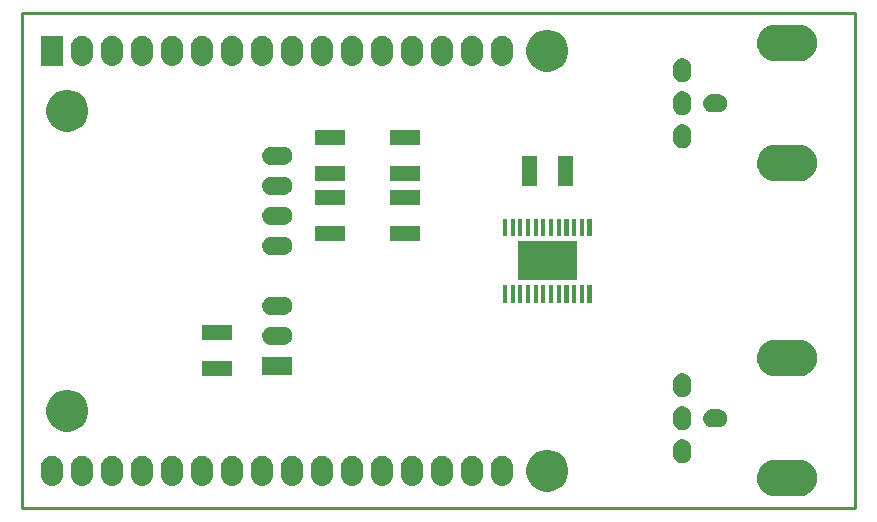
<source format=gbs>
G04 #@! TF.GenerationSoftware,KiCad,Pcbnew,6.0.0-rc1-unknown-d4e4359~66~ubuntu18.04.1*
G04 #@! TF.CreationDate,2018-09-17T12:26:01-04:00*
G04 #@! TF.ProjectId,dac_controller_3x2,6461635F636F6E74726F6C6C65725F33,1.0*
G04 #@! TF.SameCoordinates,Original*
G04 #@! TF.FileFunction,Soldermask,Bot*
G04 #@! TF.FilePolarity,Negative*
%FSLAX46Y46*%
G04 Gerber Fmt 4.6, Leading zero omitted, Abs format (unit mm)*
G04 Created by KiCad (PCBNEW 6.0.0-rc1-unknown-d4e4359~66~ubuntu18.04.1) date Mon Sep 17 12:26:01 2018*
%MOMM*%
%LPD*%
G01*
G04 APERTURE LIST*
%ADD10C,0.228600*%
%ADD11C,0.100000*%
G04 APERTURE END LIST*
D10*
X156210000Y-67945000D02*
X85725000Y-67945000D01*
X156210000Y-109855000D02*
X156210000Y-67945000D01*
X85725000Y-109855000D02*
X156210000Y-109855000D01*
X85725000Y-67945000D02*
X85725000Y-109855000D01*
D11*
G36*
X151809752Y-105813051D02*
X151809755Y-105813052D01*
X151809756Y-105813052D01*
X152097031Y-105900196D01*
X152097033Y-105900197D01*
X152097036Y-105900198D01*
X152361785Y-106041709D01*
X152593844Y-106232156D01*
X152784291Y-106464215D01*
X152925802Y-106728964D01*
X153012949Y-107016248D01*
X153042373Y-107315000D01*
X153012949Y-107613752D01*
X153012948Y-107613755D01*
X153012948Y-107613756D01*
X152952384Y-107813409D01*
X152925802Y-107901036D01*
X152784291Y-108165785D01*
X152593844Y-108397844D01*
X152361785Y-108588291D01*
X152097036Y-108729802D01*
X152097033Y-108729803D01*
X152097031Y-108729804D01*
X151809756Y-108816948D01*
X151809755Y-108816948D01*
X151809752Y-108816949D01*
X151585863Y-108839000D01*
X149404137Y-108839000D01*
X149180248Y-108816949D01*
X149180245Y-108816948D01*
X149180244Y-108816948D01*
X148892969Y-108729804D01*
X148892967Y-108729803D01*
X148892964Y-108729802D01*
X148628215Y-108588291D01*
X148396156Y-108397844D01*
X148205709Y-108165785D01*
X148064198Y-107901036D01*
X148037617Y-107813409D01*
X147977052Y-107613756D01*
X147977052Y-107613755D01*
X147977051Y-107613752D01*
X147947627Y-107315000D01*
X147977051Y-107016248D01*
X148064198Y-106728964D01*
X148205709Y-106464215D01*
X148396156Y-106232156D01*
X148628215Y-106041709D01*
X148892964Y-105900198D01*
X148892967Y-105900197D01*
X148892969Y-105900196D01*
X149180244Y-105813052D01*
X149180245Y-105813052D01*
X149180248Y-105813051D01*
X149404137Y-105791000D01*
X151585863Y-105791000D01*
X151809752Y-105813051D01*
X151809752Y-105813051D01*
G37*
G36*
X130693623Y-104970327D02*
X131017198Y-105104356D01*
X131308412Y-105298939D01*
X131556061Y-105546588D01*
X131750644Y-105837802D01*
X131884673Y-106161377D01*
X131953000Y-106504881D01*
X131953000Y-106855119D01*
X131884673Y-107198623D01*
X131750644Y-107522198D01*
X131556061Y-107813412D01*
X131308412Y-108061061D01*
X131017198Y-108255644D01*
X130693623Y-108389673D01*
X130350119Y-108458000D01*
X129999881Y-108458000D01*
X129656377Y-108389673D01*
X129332802Y-108255644D01*
X129041588Y-108061061D01*
X128793939Y-107813412D01*
X128599356Y-107522198D01*
X128465327Y-107198623D01*
X128397000Y-106855119D01*
X128397000Y-106504881D01*
X128465327Y-106161377D01*
X128599356Y-105837802D01*
X128793939Y-105546588D01*
X129041588Y-105298939D01*
X129332802Y-105104356D01*
X129656377Y-104970327D01*
X129999881Y-104902000D01*
X130350119Y-104902000D01*
X130693623Y-104970327D01*
X130693623Y-104970327D01*
G37*
G36*
X96066742Y-105423415D02*
X96241501Y-105476428D01*
X96241503Y-105476429D01*
X96241506Y-105476430D01*
X96402561Y-105562515D01*
X96543730Y-105678370D01*
X96659585Y-105819539D01*
X96745672Y-105980598D01*
X96798685Y-106155357D01*
X96812100Y-106291563D01*
X96812100Y-107068437D01*
X96798685Y-107204643D01*
X96798684Y-107204645D01*
X96745672Y-107379403D01*
X96722664Y-107422446D01*
X96659585Y-107540461D01*
X96543730Y-107681630D01*
X96402561Y-107797485D01*
X96241502Y-107883572D01*
X96066743Y-107936585D01*
X95885000Y-107954485D01*
X95703258Y-107936585D01*
X95528499Y-107883572D01*
X95367440Y-107797485D01*
X95226271Y-107681630D01*
X95110416Y-107540461D01*
X95024329Y-107379402D01*
X95004792Y-107315000D01*
X94971315Y-107204645D01*
X94957900Y-107068439D01*
X94957900Y-106291562D01*
X94971315Y-106155361D01*
X94971315Y-106155358D01*
X95024328Y-105980599D01*
X95024329Y-105980597D01*
X95024330Y-105980594D01*
X95110415Y-105819539D01*
X95226270Y-105678370D01*
X95367439Y-105562515D01*
X95528498Y-105476428D01*
X95703257Y-105423415D01*
X95885000Y-105405515D01*
X96066742Y-105423415D01*
X96066742Y-105423415D01*
G37*
G36*
X126546742Y-105423415D02*
X126721501Y-105476428D01*
X126721503Y-105476429D01*
X126721506Y-105476430D01*
X126882561Y-105562515D01*
X127023730Y-105678370D01*
X127139585Y-105819539D01*
X127225672Y-105980598D01*
X127278685Y-106155357D01*
X127292100Y-106291563D01*
X127292100Y-107068437D01*
X127278685Y-107204643D01*
X127278684Y-107204645D01*
X127225672Y-107379403D01*
X127202664Y-107422446D01*
X127139585Y-107540461D01*
X127023730Y-107681630D01*
X126882561Y-107797485D01*
X126721502Y-107883572D01*
X126546743Y-107936585D01*
X126365000Y-107954485D01*
X126183258Y-107936585D01*
X126008499Y-107883572D01*
X125847440Y-107797485D01*
X125706271Y-107681630D01*
X125590416Y-107540461D01*
X125504329Y-107379402D01*
X125484792Y-107315000D01*
X125451315Y-107204645D01*
X125437900Y-107068439D01*
X125437900Y-106291562D01*
X125451315Y-106155361D01*
X125451315Y-106155358D01*
X125504328Y-105980599D01*
X125504329Y-105980597D01*
X125504330Y-105980594D01*
X125590415Y-105819539D01*
X125706270Y-105678370D01*
X125847439Y-105562515D01*
X126008498Y-105476428D01*
X126183257Y-105423415D01*
X126365000Y-105405515D01*
X126546742Y-105423415D01*
X126546742Y-105423415D01*
G37*
G36*
X124006742Y-105423415D02*
X124181501Y-105476428D01*
X124181503Y-105476429D01*
X124181506Y-105476430D01*
X124342561Y-105562515D01*
X124483730Y-105678370D01*
X124599585Y-105819539D01*
X124685672Y-105980598D01*
X124738685Y-106155357D01*
X124752100Y-106291563D01*
X124752100Y-107068437D01*
X124738685Y-107204643D01*
X124738684Y-107204645D01*
X124685672Y-107379403D01*
X124662664Y-107422446D01*
X124599585Y-107540461D01*
X124483730Y-107681630D01*
X124342561Y-107797485D01*
X124181502Y-107883572D01*
X124006743Y-107936585D01*
X123825000Y-107954485D01*
X123643258Y-107936585D01*
X123468499Y-107883572D01*
X123307440Y-107797485D01*
X123166271Y-107681630D01*
X123050416Y-107540461D01*
X122964329Y-107379402D01*
X122944792Y-107315000D01*
X122911315Y-107204645D01*
X122897900Y-107068439D01*
X122897900Y-106291562D01*
X122911315Y-106155361D01*
X122911315Y-106155358D01*
X122964328Y-105980599D01*
X122964329Y-105980597D01*
X122964330Y-105980594D01*
X123050415Y-105819539D01*
X123166270Y-105678370D01*
X123307439Y-105562515D01*
X123468498Y-105476428D01*
X123643257Y-105423415D01*
X123825000Y-105405515D01*
X124006742Y-105423415D01*
X124006742Y-105423415D01*
G37*
G36*
X121466742Y-105423415D02*
X121641501Y-105476428D01*
X121641503Y-105476429D01*
X121641506Y-105476430D01*
X121802561Y-105562515D01*
X121943730Y-105678370D01*
X122059585Y-105819539D01*
X122145672Y-105980598D01*
X122198685Y-106155357D01*
X122212100Y-106291563D01*
X122212100Y-107068437D01*
X122198685Y-107204643D01*
X122198684Y-107204645D01*
X122145672Y-107379403D01*
X122122664Y-107422446D01*
X122059585Y-107540461D01*
X121943730Y-107681630D01*
X121802561Y-107797485D01*
X121641502Y-107883572D01*
X121466743Y-107936585D01*
X121285000Y-107954485D01*
X121103258Y-107936585D01*
X120928499Y-107883572D01*
X120767440Y-107797485D01*
X120626271Y-107681630D01*
X120510416Y-107540461D01*
X120424329Y-107379402D01*
X120404792Y-107315000D01*
X120371315Y-107204645D01*
X120357900Y-107068439D01*
X120357900Y-106291562D01*
X120371315Y-106155361D01*
X120371315Y-106155358D01*
X120424328Y-105980599D01*
X120424329Y-105980597D01*
X120424330Y-105980594D01*
X120510415Y-105819539D01*
X120626270Y-105678370D01*
X120767439Y-105562515D01*
X120928498Y-105476428D01*
X121103257Y-105423415D01*
X121285000Y-105405515D01*
X121466742Y-105423415D01*
X121466742Y-105423415D01*
G37*
G36*
X118926742Y-105423415D02*
X119101501Y-105476428D01*
X119101503Y-105476429D01*
X119101506Y-105476430D01*
X119262561Y-105562515D01*
X119403730Y-105678370D01*
X119519585Y-105819539D01*
X119605672Y-105980598D01*
X119658685Y-106155357D01*
X119672100Y-106291563D01*
X119672100Y-107068437D01*
X119658685Y-107204643D01*
X119658684Y-107204645D01*
X119605672Y-107379403D01*
X119582664Y-107422446D01*
X119519585Y-107540461D01*
X119403730Y-107681630D01*
X119262561Y-107797485D01*
X119101502Y-107883572D01*
X118926743Y-107936585D01*
X118745000Y-107954485D01*
X118563258Y-107936585D01*
X118388499Y-107883572D01*
X118227440Y-107797485D01*
X118086271Y-107681630D01*
X117970416Y-107540461D01*
X117884329Y-107379402D01*
X117864792Y-107315000D01*
X117831315Y-107204645D01*
X117817900Y-107068439D01*
X117817900Y-106291562D01*
X117831315Y-106155361D01*
X117831315Y-106155358D01*
X117884328Y-105980599D01*
X117884329Y-105980597D01*
X117884330Y-105980594D01*
X117970415Y-105819539D01*
X118086270Y-105678370D01*
X118227439Y-105562515D01*
X118388498Y-105476428D01*
X118563257Y-105423415D01*
X118745000Y-105405515D01*
X118926742Y-105423415D01*
X118926742Y-105423415D01*
G37*
G36*
X116386742Y-105423415D02*
X116561501Y-105476428D01*
X116561503Y-105476429D01*
X116561506Y-105476430D01*
X116722561Y-105562515D01*
X116863730Y-105678370D01*
X116979585Y-105819539D01*
X117065672Y-105980598D01*
X117118685Y-106155357D01*
X117132100Y-106291563D01*
X117132100Y-107068437D01*
X117118685Y-107204643D01*
X117118684Y-107204645D01*
X117065672Y-107379403D01*
X117042664Y-107422446D01*
X116979585Y-107540461D01*
X116863730Y-107681630D01*
X116722561Y-107797485D01*
X116561502Y-107883572D01*
X116386743Y-107936585D01*
X116205000Y-107954485D01*
X116023258Y-107936585D01*
X115848499Y-107883572D01*
X115687440Y-107797485D01*
X115546271Y-107681630D01*
X115430416Y-107540461D01*
X115344329Y-107379402D01*
X115324792Y-107315000D01*
X115291315Y-107204645D01*
X115277900Y-107068439D01*
X115277900Y-106291562D01*
X115291315Y-106155361D01*
X115291315Y-106155358D01*
X115344328Y-105980599D01*
X115344329Y-105980597D01*
X115344330Y-105980594D01*
X115430415Y-105819539D01*
X115546270Y-105678370D01*
X115687439Y-105562515D01*
X115848498Y-105476428D01*
X116023257Y-105423415D01*
X116205000Y-105405515D01*
X116386742Y-105423415D01*
X116386742Y-105423415D01*
G37*
G36*
X113846742Y-105423415D02*
X114021501Y-105476428D01*
X114021503Y-105476429D01*
X114021506Y-105476430D01*
X114182561Y-105562515D01*
X114323730Y-105678370D01*
X114439585Y-105819539D01*
X114525672Y-105980598D01*
X114578685Y-106155357D01*
X114592100Y-106291563D01*
X114592100Y-107068437D01*
X114578685Y-107204643D01*
X114578684Y-107204645D01*
X114525672Y-107379403D01*
X114502664Y-107422446D01*
X114439585Y-107540461D01*
X114323730Y-107681630D01*
X114182561Y-107797485D01*
X114021502Y-107883572D01*
X113846743Y-107936585D01*
X113665000Y-107954485D01*
X113483258Y-107936585D01*
X113308499Y-107883572D01*
X113147440Y-107797485D01*
X113006271Y-107681630D01*
X112890416Y-107540461D01*
X112804329Y-107379402D01*
X112784792Y-107315000D01*
X112751315Y-107204645D01*
X112737900Y-107068439D01*
X112737900Y-106291562D01*
X112751315Y-106155361D01*
X112751315Y-106155358D01*
X112804328Y-105980599D01*
X112804329Y-105980597D01*
X112804330Y-105980594D01*
X112890415Y-105819539D01*
X113006270Y-105678370D01*
X113147439Y-105562515D01*
X113308498Y-105476428D01*
X113483257Y-105423415D01*
X113665000Y-105405515D01*
X113846742Y-105423415D01*
X113846742Y-105423415D01*
G37*
G36*
X93526742Y-105423415D02*
X93701501Y-105476428D01*
X93701503Y-105476429D01*
X93701506Y-105476430D01*
X93862561Y-105562515D01*
X94003730Y-105678370D01*
X94119585Y-105819539D01*
X94205672Y-105980598D01*
X94258685Y-106155357D01*
X94272100Y-106291563D01*
X94272100Y-107068437D01*
X94258685Y-107204643D01*
X94258684Y-107204645D01*
X94205672Y-107379403D01*
X94182664Y-107422446D01*
X94119585Y-107540461D01*
X94003730Y-107681630D01*
X93862561Y-107797485D01*
X93701502Y-107883572D01*
X93526743Y-107936585D01*
X93345000Y-107954485D01*
X93163258Y-107936585D01*
X92988499Y-107883572D01*
X92827440Y-107797485D01*
X92686271Y-107681630D01*
X92570416Y-107540461D01*
X92484329Y-107379402D01*
X92464792Y-107315000D01*
X92431315Y-107204645D01*
X92417900Y-107068439D01*
X92417900Y-106291562D01*
X92431315Y-106155361D01*
X92431315Y-106155358D01*
X92484328Y-105980599D01*
X92484329Y-105980597D01*
X92484330Y-105980594D01*
X92570415Y-105819539D01*
X92686270Y-105678370D01*
X92827439Y-105562515D01*
X92988498Y-105476428D01*
X93163257Y-105423415D01*
X93345000Y-105405515D01*
X93526742Y-105423415D01*
X93526742Y-105423415D01*
G37*
G36*
X108766742Y-105423415D02*
X108941501Y-105476428D01*
X108941503Y-105476429D01*
X108941506Y-105476430D01*
X109102561Y-105562515D01*
X109243730Y-105678370D01*
X109359585Y-105819539D01*
X109445672Y-105980598D01*
X109498685Y-106155357D01*
X109512100Y-106291563D01*
X109512100Y-107068437D01*
X109498685Y-107204643D01*
X109498684Y-107204645D01*
X109445672Y-107379403D01*
X109422664Y-107422446D01*
X109359585Y-107540461D01*
X109243730Y-107681630D01*
X109102561Y-107797485D01*
X108941502Y-107883572D01*
X108766743Y-107936585D01*
X108585000Y-107954485D01*
X108403258Y-107936585D01*
X108228499Y-107883572D01*
X108067440Y-107797485D01*
X107926271Y-107681630D01*
X107810416Y-107540461D01*
X107724329Y-107379402D01*
X107704792Y-107315000D01*
X107671315Y-107204645D01*
X107657900Y-107068439D01*
X107657900Y-106291562D01*
X107671315Y-106155361D01*
X107671315Y-106155358D01*
X107724328Y-105980599D01*
X107724329Y-105980597D01*
X107724330Y-105980594D01*
X107810415Y-105819539D01*
X107926270Y-105678370D01*
X108067439Y-105562515D01*
X108228498Y-105476428D01*
X108403257Y-105423415D01*
X108585000Y-105405515D01*
X108766742Y-105423415D01*
X108766742Y-105423415D01*
G37*
G36*
X90986742Y-105423415D02*
X91161501Y-105476428D01*
X91161503Y-105476429D01*
X91161506Y-105476430D01*
X91322561Y-105562515D01*
X91463730Y-105678370D01*
X91579585Y-105819539D01*
X91665672Y-105980598D01*
X91718685Y-106155357D01*
X91732100Y-106291563D01*
X91732100Y-107068437D01*
X91718685Y-107204643D01*
X91718684Y-107204645D01*
X91665672Y-107379403D01*
X91642664Y-107422446D01*
X91579585Y-107540461D01*
X91463730Y-107681630D01*
X91322561Y-107797485D01*
X91161502Y-107883572D01*
X90986743Y-107936585D01*
X90805000Y-107954485D01*
X90623258Y-107936585D01*
X90448499Y-107883572D01*
X90287440Y-107797485D01*
X90146271Y-107681630D01*
X90030416Y-107540461D01*
X89944329Y-107379402D01*
X89924792Y-107315000D01*
X89891315Y-107204645D01*
X89877900Y-107068439D01*
X89877900Y-106291562D01*
X89891315Y-106155361D01*
X89891315Y-106155358D01*
X89944328Y-105980599D01*
X89944329Y-105980597D01*
X89944330Y-105980594D01*
X90030415Y-105819539D01*
X90146270Y-105678370D01*
X90287439Y-105562515D01*
X90448498Y-105476428D01*
X90623257Y-105423415D01*
X90805000Y-105405515D01*
X90986742Y-105423415D01*
X90986742Y-105423415D01*
G37*
G36*
X106226742Y-105423415D02*
X106401501Y-105476428D01*
X106401503Y-105476429D01*
X106401506Y-105476430D01*
X106562561Y-105562515D01*
X106703730Y-105678370D01*
X106819585Y-105819539D01*
X106905672Y-105980598D01*
X106958685Y-106155357D01*
X106972100Y-106291563D01*
X106972100Y-107068437D01*
X106958685Y-107204643D01*
X106958684Y-107204645D01*
X106905672Y-107379403D01*
X106882664Y-107422446D01*
X106819585Y-107540461D01*
X106703730Y-107681630D01*
X106562561Y-107797485D01*
X106401502Y-107883572D01*
X106226743Y-107936585D01*
X106045000Y-107954485D01*
X105863258Y-107936585D01*
X105688499Y-107883572D01*
X105527440Y-107797485D01*
X105386271Y-107681630D01*
X105270416Y-107540461D01*
X105184329Y-107379402D01*
X105164792Y-107315000D01*
X105131315Y-107204645D01*
X105117900Y-107068439D01*
X105117900Y-106291562D01*
X105131315Y-106155361D01*
X105131315Y-106155358D01*
X105184328Y-105980599D01*
X105184329Y-105980597D01*
X105184330Y-105980594D01*
X105270415Y-105819539D01*
X105386270Y-105678370D01*
X105527439Y-105562515D01*
X105688498Y-105476428D01*
X105863257Y-105423415D01*
X106045000Y-105405515D01*
X106226742Y-105423415D01*
X106226742Y-105423415D01*
G37*
G36*
X103686742Y-105423415D02*
X103861501Y-105476428D01*
X103861503Y-105476429D01*
X103861506Y-105476430D01*
X104022561Y-105562515D01*
X104163730Y-105678370D01*
X104279585Y-105819539D01*
X104365672Y-105980598D01*
X104418685Y-106155357D01*
X104432100Y-106291563D01*
X104432100Y-107068437D01*
X104418685Y-107204643D01*
X104418684Y-107204645D01*
X104365672Y-107379403D01*
X104342664Y-107422446D01*
X104279585Y-107540461D01*
X104163730Y-107681630D01*
X104022561Y-107797485D01*
X103861502Y-107883572D01*
X103686743Y-107936585D01*
X103505000Y-107954485D01*
X103323258Y-107936585D01*
X103148499Y-107883572D01*
X102987440Y-107797485D01*
X102846271Y-107681630D01*
X102730416Y-107540461D01*
X102644329Y-107379402D01*
X102624792Y-107315000D01*
X102591315Y-107204645D01*
X102577900Y-107068439D01*
X102577900Y-106291562D01*
X102591315Y-106155361D01*
X102591315Y-106155358D01*
X102644328Y-105980599D01*
X102644329Y-105980597D01*
X102644330Y-105980594D01*
X102730415Y-105819539D01*
X102846270Y-105678370D01*
X102987439Y-105562515D01*
X103148498Y-105476428D01*
X103323257Y-105423415D01*
X103505000Y-105405515D01*
X103686742Y-105423415D01*
X103686742Y-105423415D01*
G37*
G36*
X101146742Y-105423415D02*
X101321501Y-105476428D01*
X101321503Y-105476429D01*
X101321506Y-105476430D01*
X101482561Y-105562515D01*
X101623730Y-105678370D01*
X101739585Y-105819539D01*
X101825672Y-105980598D01*
X101878685Y-106155357D01*
X101892100Y-106291563D01*
X101892100Y-107068437D01*
X101878685Y-107204643D01*
X101878684Y-107204645D01*
X101825672Y-107379403D01*
X101802664Y-107422446D01*
X101739585Y-107540461D01*
X101623730Y-107681630D01*
X101482561Y-107797485D01*
X101321502Y-107883572D01*
X101146743Y-107936585D01*
X100965000Y-107954485D01*
X100783258Y-107936585D01*
X100608499Y-107883572D01*
X100447440Y-107797485D01*
X100306271Y-107681630D01*
X100190416Y-107540461D01*
X100104329Y-107379402D01*
X100084792Y-107315000D01*
X100051315Y-107204645D01*
X100037900Y-107068439D01*
X100037900Y-106291562D01*
X100051315Y-106155361D01*
X100051315Y-106155358D01*
X100104328Y-105980599D01*
X100104329Y-105980597D01*
X100104330Y-105980594D01*
X100190415Y-105819539D01*
X100306270Y-105678370D01*
X100447439Y-105562515D01*
X100608498Y-105476428D01*
X100783257Y-105423415D01*
X100965000Y-105405515D01*
X101146742Y-105423415D01*
X101146742Y-105423415D01*
G37*
G36*
X88446742Y-105423415D02*
X88621501Y-105476428D01*
X88621503Y-105476429D01*
X88621506Y-105476430D01*
X88782561Y-105562515D01*
X88923730Y-105678370D01*
X89039585Y-105819539D01*
X89125672Y-105980598D01*
X89178685Y-106155357D01*
X89192100Y-106291563D01*
X89192100Y-107068437D01*
X89178685Y-107204643D01*
X89178684Y-107204645D01*
X89125672Y-107379403D01*
X89102664Y-107422446D01*
X89039585Y-107540461D01*
X88923730Y-107681630D01*
X88782561Y-107797485D01*
X88621502Y-107883572D01*
X88446743Y-107936585D01*
X88265000Y-107954485D01*
X88083258Y-107936585D01*
X87908499Y-107883572D01*
X87747440Y-107797485D01*
X87606271Y-107681630D01*
X87490416Y-107540461D01*
X87404329Y-107379402D01*
X87384792Y-107315000D01*
X87351315Y-107204645D01*
X87337900Y-107068439D01*
X87337900Y-106291562D01*
X87351315Y-106155361D01*
X87351315Y-106155358D01*
X87404328Y-105980599D01*
X87404329Y-105980597D01*
X87404330Y-105980594D01*
X87490415Y-105819539D01*
X87606270Y-105678370D01*
X87747439Y-105562515D01*
X87908498Y-105476428D01*
X88083257Y-105423415D01*
X88265000Y-105405515D01*
X88446742Y-105423415D01*
X88446742Y-105423415D01*
G37*
G36*
X98606742Y-105423415D02*
X98781501Y-105476428D01*
X98781503Y-105476429D01*
X98781506Y-105476430D01*
X98942561Y-105562515D01*
X99083730Y-105678370D01*
X99199585Y-105819539D01*
X99285672Y-105980598D01*
X99338685Y-106155357D01*
X99352100Y-106291563D01*
X99352100Y-107068437D01*
X99338685Y-107204643D01*
X99338684Y-107204645D01*
X99285672Y-107379403D01*
X99262664Y-107422446D01*
X99199585Y-107540461D01*
X99083730Y-107681630D01*
X98942561Y-107797485D01*
X98781502Y-107883572D01*
X98606743Y-107936585D01*
X98425000Y-107954485D01*
X98243258Y-107936585D01*
X98068499Y-107883572D01*
X97907440Y-107797485D01*
X97766271Y-107681630D01*
X97650416Y-107540461D01*
X97564329Y-107379402D01*
X97544792Y-107315000D01*
X97511315Y-107204645D01*
X97497900Y-107068439D01*
X97497900Y-106291562D01*
X97511315Y-106155361D01*
X97511315Y-106155358D01*
X97564328Y-105980599D01*
X97564329Y-105980597D01*
X97564330Y-105980594D01*
X97650415Y-105819539D01*
X97766270Y-105678370D01*
X97907439Y-105562515D01*
X98068498Y-105476428D01*
X98243257Y-105423415D01*
X98425000Y-105405515D01*
X98606742Y-105423415D01*
X98606742Y-105423415D01*
G37*
G36*
X111306742Y-105423415D02*
X111481501Y-105476428D01*
X111481503Y-105476429D01*
X111481506Y-105476430D01*
X111642561Y-105562515D01*
X111783730Y-105678370D01*
X111899585Y-105819539D01*
X111985672Y-105980598D01*
X112038685Y-106155357D01*
X112052100Y-106291563D01*
X112052100Y-107068437D01*
X112038685Y-107204643D01*
X112038684Y-107204645D01*
X111985672Y-107379403D01*
X111962664Y-107422446D01*
X111899585Y-107540461D01*
X111783730Y-107681630D01*
X111642561Y-107797485D01*
X111481502Y-107883572D01*
X111306743Y-107936585D01*
X111125000Y-107954485D01*
X110943258Y-107936585D01*
X110768499Y-107883572D01*
X110607440Y-107797485D01*
X110466271Y-107681630D01*
X110350416Y-107540461D01*
X110264329Y-107379402D01*
X110244792Y-107315000D01*
X110211315Y-107204645D01*
X110197900Y-107068439D01*
X110197900Y-106291562D01*
X110211315Y-106155361D01*
X110211315Y-106155358D01*
X110264328Y-105980599D01*
X110264329Y-105980597D01*
X110264330Y-105980594D01*
X110350415Y-105819539D01*
X110466270Y-105678370D01*
X110607439Y-105562515D01*
X110768498Y-105476428D01*
X110943257Y-105423415D01*
X111125000Y-105405515D01*
X111306742Y-105423415D01*
X111306742Y-105423415D01*
G37*
G36*
X141754378Y-104024026D02*
X141850136Y-104053074D01*
X141898016Y-104067598D01*
X141946299Y-104093406D01*
X142030392Y-104138355D01*
X142146422Y-104233578D01*
X142241645Y-104349608D01*
X142286594Y-104433701D01*
X142312402Y-104481984D01*
X142312402Y-104481985D01*
X142355974Y-104625622D01*
X142367000Y-104737574D01*
X142367000Y-105320426D01*
X142355974Y-105432378D01*
X142342611Y-105476429D01*
X142312402Y-105576016D01*
X142286594Y-105624299D01*
X142241645Y-105708392D01*
X142241643Y-105708394D01*
X142146425Y-105824419D01*
X142146423Y-105824420D01*
X142146422Y-105824422D01*
X142030391Y-105919645D01*
X141964202Y-105955024D01*
X141898015Y-105990402D01*
X141850135Y-106004926D01*
X141754377Y-106033974D01*
X141605000Y-106048686D01*
X141455622Y-106033974D01*
X141359864Y-106004926D01*
X141311984Y-105990402D01*
X141263701Y-105964594D01*
X141179608Y-105919645D01*
X141133196Y-105881556D01*
X141063581Y-105824425D01*
X141063580Y-105824423D01*
X141063578Y-105824422D01*
X140968355Y-105708391D01*
X140897599Y-105576016D01*
X140897598Y-105576015D01*
X140883074Y-105528135D01*
X140854026Y-105432377D01*
X140843000Y-105320425D01*
X140843000Y-104737574D01*
X140854026Y-104625622D01*
X140897598Y-104481985D01*
X140897598Y-104481984D01*
X140923406Y-104433701D01*
X140968355Y-104349608D01*
X141063579Y-104233578D01*
X141179609Y-104138355D01*
X141263702Y-104093406D01*
X141311985Y-104067598D01*
X141359865Y-104053074D01*
X141455623Y-104024026D01*
X141605000Y-104009314D01*
X141754378Y-104024026D01*
X141754378Y-104024026D01*
G37*
G36*
X90053623Y-99890327D02*
X90377198Y-100024356D01*
X90668412Y-100218939D01*
X90916061Y-100466588D01*
X91110644Y-100757802D01*
X91244673Y-101081377D01*
X91313000Y-101424881D01*
X91313000Y-101775119D01*
X91244673Y-102118623D01*
X91110644Y-102442198D01*
X90916061Y-102733412D01*
X90668412Y-102981061D01*
X90377198Y-103175644D01*
X90053623Y-103309673D01*
X89710119Y-103378000D01*
X89359881Y-103378000D01*
X89016377Y-103309673D01*
X88692802Y-103175644D01*
X88401588Y-102981061D01*
X88153939Y-102733412D01*
X87959356Y-102442198D01*
X87825327Y-102118623D01*
X87757000Y-101775119D01*
X87757000Y-101424881D01*
X87825327Y-101081377D01*
X87959356Y-100757802D01*
X88153939Y-100466588D01*
X88401588Y-100218939D01*
X88692802Y-100024356D01*
X89016377Y-99890327D01*
X89359881Y-99822000D01*
X89710119Y-99822000D01*
X90053623Y-99890327D01*
X90053623Y-99890327D01*
G37*
G36*
X141754378Y-101230026D02*
X141850136Y-101259074D01*
X141898016Y-101273598D01*
X141946299Y-101299406D01*
X142030392Y-101344355D01*
X142146422Y-101439578D01*
X142241645Y-101555608D01*
X142286594Y-101639701D01*
X142312402Y-101687984D01*
X142312402Y-101687985D01*
X142355974Y-101831622D01*
X142367000Y-101943574D01*
X142367000Y-102526426D01*
X142355974Y-102638378D01*
X142349296Y-102660392D01*
X142312402Y-102782016D01*
X142286594Y-102830299D01*
X142241645Y-102914392D01*
X142241643Y-102914394D01*
X142146425Y-103030419D01*
X142146423Y-103030420D01*
X142146422Y-103030422D01*
X142030391Y-103125645D01*
X141964203Y-103161023D01*
X141898015Y-103196402D01*
X141850135Y-103210926D01*
X141754377Y-103239974D01*
X141605000Y-103254686D01*
X141455622Y-103239974D01*
X141359864Y-103210926D01*
X141311984Y-103196402D01*
X141263701Y-103170594D01*
X141179608Y-103125645D01*
X141133196Y-103087556D01*
X141063581Y-103030425D01*
X141063580Y-103030423D01*
X141063578Y-103030422D01*
X140968355Y-102914391D01*
X140897599Y-102782016D01*
X140897598Y-102782015D01*
X140860705Y-102660394D01*
X140854026Y-102638377D01*
X140843000Y-102526425D01*
X140843000Y-101943574D01*
X140854026Y-101831622D01*
X140897598Y-101687985D01*
X140897598Y-101687984D01*
X140923406Y-101639701D01*
X140968355Y-101555608D01*
X141063579Y-101439578D01*
X141179609Y-101344355D01*
X141263702Y-101299406D01*
X141311985Y-101273598D01*
X141359865Y-101259074D01*
X141455623Y-101230026D01*
X141605000Y-101215314D01*
X141754378Y-101230026D01*
X141754378Y-101230026D01*
G37*
G36*
X144727743Y-101476675D02*
X144802378Y-101484026D01*
X144898136Y-101513074D01*
X144946016Y-101527598D01*
X144994299Y-101553406D01*
X145078392Y-101598355D01*
X145194422Y-101693578D01*
X145289645Y-101809608D01*
X145334594Y-101893701D01*
X145360402Y-101941984D01*
X145360402Y-101941985D01*
X145403974Y-102085622D01*
X145418686Y-102235000D01*
X145403974Y-102384378D01*
X145386434Y-102442198D01*
X145360402Y-102528016D01*
X145334594Y-102576299D01*
X145289645Y-102660392D01*
X145194422Y-102776422D01*
X145078392Y-102871645D01*
X144998422Y-102914390D01*
X144946016Y-102942402D01*
X144898136Y-102956926D01*
X144802378Y-102985974D01*
X144727743Y-102993325D01*
X144690427Y-102997000D01*
X144107573Y-102997000D01*
X144070257Y-102993325D01*
X143995622Y-102985974D01*
X143899864Y-102956926D01*
X143851984Y-102942402D01*
X143799578Y-102914390D01*
X143719608Y-102871645D01*
X143603578Y-102776422D01*
X143508355Y-102660392D01*
X143463406Y-102576299D01*
X143437598Y-102528016D01*
X143411566Y-102442198D01*
X143394026Y-102384378D01*
X143379314Y-102235000D01*
X143394026Y-102085622D01*
X143437598Y-101941985D01*
X143437598Y-101941984D01*
X143463406Y-101893701D01*
X143508355Y-101809608D01*
X143603578Y-101693578D01*
X143719608Y-101598355D01*
X143803701Y-101553406D01*
X143851984Y-101527598D01*
X143899864Y-101513074D01*
X143995622Y-101484026D01*
X144070257Y-101476675D01*
X144107573Y-101473000D01*
X144690427Y-101473000D01*
X144727743Y-101476675D01*
X144727743Y-101476675D01*
G37*
G36*
X141754378Y-98436026D02*
X141850136Y-98465074D01*
X141898016Y-98479598D01*
X141946299Y-98505406D01*
X142030392Y-98550355D01*
X142146422Y-98645578D01*
X142241645Y-98761608D01*
X142286594Y-98845701D01*
X142312402Y-98893984D01*
X142312402Y-98893985D01*
X142355974Y-99037622D01*
X142367000Y-99149574D01*
X142367000Y-99732426D01*
X142355974Y-99844378D01*
X142342035Y-99890327D01*
X142312402Y-99988016D01*
X142292977Y-100024356D01*
X142241645Y-100120392D01*
X142241643Y-100120394D01*
X142146425Y-100236419D01*
X142146423Y-100236420D01*
X142146422Y-100236422D01*
X142030391Y-100331645D01*
X141964203Y-100367023D01*
X141898015Y-100402402D01*
X141850135Y-100416926D01*
X141754377Y-100445974D01*
X141605000Y-100460686D01*
X141455622Y-100445974D01*
X141359864Y-100416926D01*
X141311984Y-100402402D01*
X141263701Y-100376594D01*
X141179608Y-100331645D01*
X141133196Y-100293556D01*
X141063581Y-100236425D01*
X141063580Y-100236423D01*
X141063578Y-100236422D01*
X140968355Y-100120391D01*
X140897599Y-99988016D01*
X140897598Y-99988015D01*
X140867965Y-99890327D01*
X140854026Y-99844377D01*
X140843000Y-99732425D01*
X140843000Y-99149574D01*
X140854026Y-99037622D01*
X140897598Y-98893985D01*
X140897598Y-98893984D01*
X140923406Y-98845701D01*
X140968355Y-98761608D01*
X141063579Y-98645578D01*
X141179609Y-98550355D01*
X141263702Y-98505406D01*
X141311985Y-98479598D01*
X141359865Y-98465074D01*
X141455623Y-98436026D01*
X141605000Y-98421314D01*
X141754378Y-98436026D01*
X141754378Y-98436026D01*
G37*
G36*
X103505000Y-98679000D02*
X100965000Y-98679000D01*
X100965000Y-97409000D01*
X103505000Y-97409000D01*
X103505000Y-98679000D01*
X103505000Y-98679000D01*
G37*
G36*
X151809752Y-95653051D02*
X151809755Y-95653052D01*
X151809756Y-95653052D01*
X152097031Y-95740196D01*
X152097033Y-95740197D01*
X152097036Y-95740198D01*
X152361785Y-95881709D01*
X152593844Y-96072156D01*
X152784291Y-96304215D01*
X152925802Y-96568964D01*
X153012949Y-96856248D01*
X153042373Y-97155000D01*
X153012949Y-97453752D01*
X152925802Y-97741036D01*
X152784291Y-98005785D01*
X152593844Y-98237844D01*
X152361785Y-98428291D01*
X152097036Y-98569802D01*
X152097033Y-98569803D01*
X152097031Y-98569804D01*
X151809756Y-98656948D01*
X151809755Y-98656948D01*
X151809752Y-98656949D01*
X151585863Y-98679000D01*
X149404137Y-98679000D01*
X149180248Y-98656949D01*
X149180245Y-98656948D01*
X149180244Y-98656948D01*
X148892969Y-98569804D01*
X148892967Y-98569803D01*
X148892964Y-98569802D01*
X148628215Y-98428291D01*
X148396156Y-98237844D01*
X148205709Y-98005785D01*
X148064198Y-97741036D01*
X147977051Y-97453752D01*
X147947627Y-97155000D01*
X147977051Y-96856248D01*
X148064198Y-96568964D01*
X148205709Y-96304215D01*
X148396156Y-96072156D01*
X148628215Y-95881709D01*
X148892964Y-95740198D01*
X148892967Y-95740197D01*
X148892969Y-95740196D01*
X149180244Y-95653052D01*
X149180245Y-95653052D01*
X149180248Y-95653051D01*
X149404137Y-95631000D01*
X151585863Y-95631000D01*
X151809752Y-95653051D01*
X151809752Y-95653051D01*
G37*
G36*
X108585000Y-98552000D02*
X106045000Y-98552000D01*
X106045000Y-97028000D01*
X108585000Y-97028000D01*
X108585000Y-98552000D01*
X108585000Y-98552000D01*
G37*
G36*
X107897743Y-94491675D02*
X107972378Y-94499026D01*
X108068136Y-94528074D01*
X108116016Y-94542598D01*
X108164299Y-94568406D01*
X108248392Y-94613355D01*
X108364422Y-94708578D01*
X108459645Y-94824608D01*
X108504594Y-94908701D01*
X108530402Y-94956984D01*
X108530402Y-94956985D01*
X108573974Y-95100622D01*
X108588686Y-95250000D01*
X108573974Y-95399378D01*
X108544926Y-95495136D01*
X108530402Y-95543016D01*
X108504594Y-95591299D01*
X108459645Y-95675392D01*
X108364422Y-95791422D01*
X108248392Y-95886645D01*
X108164299Y-95931594D01*
X108116016Y-95957402D01*
X108068136Y-95971926D01*
X107972378Y-96000974D01*
X107897743Y-96008325D01*
X107860427Y-96012000D01*
X106769573Y-96012000D01*
X106732257Y-96008325D01*
X106657622Y-96000974D01*
X106561864Y-95971926D01*
X106513984Y-95957402D01*
X106465701Y-95931594D01*
X106381608Y-95886645D01*
X106265578Y-95791422D01*
X106170355Y-95675392D01*
X106125406Y-95591299D01*
X106099598Y-95543016D01*
X106085074Y-95495136D01*
X106056026Y-95399378D01*
X106041314Y-95250000D01*
X106056026Y-95100622D01*
X106099598Y-94956985D01*
X106099598Y-94956984D01*
X106125406Y-94908701D01*
X106170355Y-94824608D01*
X106265578Y-94708578D01*
X106381608Y-94613355D01*
X106465701Y-94568406D01*
X106513984Y-94542598D01*
X106561864Y-94528074D01*
X106657622Y-94499026D01*
X106732257Y-94491675D01*
X106769573Y-94488000D01*
X107860427Y-94488000D01*
X107897743Y-94491675D01*
X107897743Y-94491675D01*
G37*
G36*
X103505000Y-95631000D02*
X100965000Y-95631000D01*
X100965000Y-94361000D01*
X103505000Y-94361000D01*
X103505000Y-95631000D01*
X103505000Y-95631000D01*
G37*
G36*
X107897743Y-91951675D02*
X107972378Y-91959026D01*
X108068136Y-91988074D01*
X108116016Y-92002598D01*
X108164299Y-92028406D01*
X108248392Y-92073355D01*
X108364422Y-92168578D01*
X108459645Y-92284608D01*
X108504594Y-92368701D01*
X108530402Y-92416984D01*
X108530402Y-92416985D01*
X108573974Y-92560622D01*
X108588686Y-92710000D01*
X108573974Y-92859378D01*
X108544926Y-92955136D01*
X108530402Y-93003016D01*
X108504594Y-93051299D01*
X108459645Y-93135392D01*
X108364422Y-93251422D01*
X108248392Y-93346645D01*
X108164299Y-93391594D01*
X108116016Y-93417402D01*
X108068136Y-93431926D01*
X107972378Y-93460974D01*
X107897743Y-93468325D01*
X107860427Y-93472000D01*
X106769573Y-93472000D01*
X106732257Y-93468325D01*
X106657622Y-93460974D01*
X106561864Y-93431926D01*
X106513984Y-93417402D01*
X106465701Y-93391594D01*
X106381608Y-93346645D01*
X106265578Y-93251422D01*
X106170355Y-93135392D01*
X106125406Y-93051299D01*
X106099598Y-93003016D01*
X106085074Y-92955136D01*
X106056026Y-92859378D01*
X106041314Y-92710000D01*
X106056026Y-92560622D01*
X106099598Y-92416985D01*
X106099598Y-92416984D01*
X106125406Y-92368701D01*
X106170355Y-92284608D01*
X106265578Y-92168578D01*
X106381608Y-92073355D01*
X106465701Y-92028406D01*
X106513984Y-92002598D01*
X106561864Y-91988074D01*
X106657622Y-91959026D01*
X106732257Y-91951675D01*
X106769573Y-91948000D01*
X107860427Y-91948000D01*
X107897743Y-91951675D01*
X107897743Y-91951675D01*
G37*
G36*
X130027802Y-92456000D02*
X129672202Y-92456000D01*
X129672202Y-90982800D01*
X130027802Y-90982800D01*
X130027802Y-92456000D01*
X130027802Y-92456000D01*
G37*
G36*
X128727802Y-92456000D02*
X128372202Y-92456000D01*
X128372202Y-90982800D01*
X128727802Y-90982800D01*
X128727802Y-92456000D01*
X128727802Y-92456000D01*
G37*
G36*
X129377801Y-92456000D02*
X129022201Y-92456000D01*
X129022201Y-90982800D01*
X129377801Y-90982800D01*
X129377801Y-92456000D01*
X129377801Y-92456000D01*
G37*
G36*
X130677801Y-92456000D02*
X130322201Y-92456000D01*
X130322201Y-90982800D01*
X130677801Y-90982800D01*
X130677801Y-92456000D01*
X130677801Y-92456000D01*
G37*
G36*
X131977801Y-92456000D02*
X131622201Y-92456000D01*
X131622201Y-90982800D01*
X131977801Y-90982800D01*
X131977801Y-92456000D01*
X131977801Y-92456000D01*
G37*
G36*
X128077801Y-92456000D02*
X127722201Y-92456000D01*
X127722201Y-90982800D01*
X128077801Y-90982800D01*
X128077801Y-92456000D01*
X128077801Y-92456000D01*
G37*
G36*
X127427802Y-92456000D02*
X127072202Y-92456000D01*
X127072202Y-90982800D01*
X127427802Y-90982800D01*
X127427802Y-92456000D01*
X127427802Y-92456000D01*
G37*
G36*
X131327802Y-92456000D02*
X130972202Y-92456000D01*
X130972202Y-90982800D01*
X131327802Y-90982800D01*
X131327802Y-92456000D01*
X131327802Y-92456000D01*
G37*
G36*
X133927799Y-92456000D02*
X133572199Y-92456000D01*
X133572199Y-90982800D01*
X133927799Y-90982800D01*
X133927799Y-92456000D01*
X133927799Y-92456000D01*
G37*
G36*
X126777801Y-92456000D02*
X126422201Y-92456000D01*
X126422201Y-90982800D01*
X126777801Y-90982800D01*
X126777801Y-92456000D01*
X126777801Y-92456000D01*
G37*
G36*
X133277800Y-92456000D02*
X132922200Y-92456000D01*
X132922200Y-90982800D01*
X133277800Y-90982800D01*
X133277800Y-92456000D01*
X133277800Y-92456000D01*
G37*
G36*
X132627802Y-92456000D02*
X132272202Y-92456000D01*
X132272202Y-90982800D01*
X132627802Y-90982800D01*
X132627802Y-92456000D01*
X132627802Y-92456000D01*
G37*
G36*
X132689600Y-90525600D02*
X127660400Y-90525600D01*
X127660400Y-87274400D01*
X132689600Y-87274400D01*
X132689600Y-90525600D01*
X132689600Y-90525600D01*
G37*
G36*
X107897743Y-86871675D02*
X107972378Y-86879026D01*
X108068136Y-86908074D01*
X108116016Y-86922598D01*
X108164299Y-86948406D01*
X108248392Y-86993355D01*
X108364422Y-87088578D01*
X108459645Y-87204608D01*
X108504594Y-87288701D01*
X108530402Y-87336984D01*
X108530402Y-87336985D01*
X108573974Y-87480622D01*
X108588686Y-87630000D01*
X108573974Y-87779378D01*
X108544926Y-87875136D01*
X108530402Y-87923016D01*
X108504594Y-87971299D01*
X108459645Y-88055392D01*
X108364422Y-88171422D01*
X108248392Y-88266645D01*
X108164299Y-88311594D01*
X108116016Y-88337402D01*
X108068136Y-88351926D01*
X107972378Y-88380974D01*
X107897743Y-88388325D01*
X107860427Y-88392000D01*
X106769573Y-88392000D01*
X106732257Y-88388325D01*
X106657622Y-88380974D01*
X106561864Y-88351926D01*
X106513984Y-88337402D01*
X106465701Y-88311594D01*
X106381608Y-88266645D01*
X106265578Y-88171422D01*
X106170355Y-88055392D01*
X106125406Y-87971299D01*
X106099598Y-87923016D01*
X106085074Y-87875136D01*
X106056026Y-87779378D01*
X106041314Y-87630000D01*
X106056026Y-87480622D01*
X106099598Y-87336985D01*
X106099598Y-87336984D01*
X106125406Y-87288701D01*
X106170355Y-87204608D01*
X106265578Y-87088578D01*
X106381608Y-86993355D01*
X106465701Y-86948406D01*
X106513984Y-86922598D01*
X106561864Y-86908074D01*
X106657622Y-86879026D01*
X106732257Y-86871675D01*
X106769573Y-86868000D01*
X107860427Y-86868000D01*
X107897743Y-86871675D01*
X107897743Y-86871675D01*
G37*
G36*
X119380000Y-87249000D02*
X116840000Y-87249000D01*
X116840000Y-85979000D01*
X119380000Y-85979000D01*
X119380000Y-87249000D01*
X119380000Y-87249000D01*
G37*
G36*
X113030000Y-87249000D02*
X110490000Y-87249000D01*
X110490000Y-85979000D01*
X113030000Y-85979000D01*
X113030000Y-87249000D01*
X113030000Y-87249000D01*
G37*
G36*
X126777801Y-86817200D02*
X126422201Y-86817200D01*
X126422201Y-85344000D01*
X126777801Y-85344000D01*
X126777801Y-86817200D01*
X126777801Y-86817200D01*
G37*
G36*
X133927799Y-86817200D02*
X133572199Y-86817200D01*
X133572199Y-85344000D01*
X133927799Y-85344000D01*
X133927799Y-86817200D01*
X133927799Y-86817200D01*
G37*
G36*
X127427800Y-86817200D02*
X127072200Y-86817200D01*
X127072200Y-85344000D01*
X127427800Y-85344000D01*
X127427800Y-86817200D01*
X127427800Y-86817200D01*
G37*
G36*
X128077801Y-86817200D02*
X127722201Y-86817200D01*
X127722201Y-85344000D01*
X128077801Y-85344000D01*
X128077801Y-86817200D01*
X128077801Y-86817200D01*
G37*
G36*
X129377801Y-86817200D02*
X129022201Y-86817200D01*
X129022201Y-85344000D01*
X129377801Y-85344000D01*
X129377801Y-86817200D01*
X129377801Y-86817200D01*
G37*
G36*
X130027799Y-86817200D02*
X129672199Y-86817200D01*
X129672199Y-85344000D01*
X130027799Y-85344000D01*
X130027799Y-86817200D01*
X130027799Y-86817200D01*
G37*
G36*
X131327799Y-86817200D02*
X130972199Y-86817200D01*
X130972199Y-85344000D01*
X131327799Y-85344000D01*
X131327799Y-86817200D01*
X131327799Y-86817200D01*
G37*
G36*
X130677798Y-86817200D02*
X130322198Y-86817200D01*
X130322198Y-85344000D01*
X130677798Y-85344000D01*
X130677798Y-86817200D01*
X130677798Y-86817200D01*
G37*
G36*
X128727799Y-86817200D02*
X128372199Y-86817200D01*
X128372199Y-85344000D01*
X128727799Y-85344000D01*
X128727799Y-86817200D01*
X128727799Y-86817200D01*
G37*
G36*
X133277798Y-86817200D02*
X132922198Y-86817200D01*
X132922198Y-85344000D01*
X133277798Y-85344000D01*
X133277798Y-86817200D01*
X133277798Y-86817200D01*
G37*
G36*
X131977798Y-86817200D02*
X131622198Y-86817200D01*
X131622198Y-85344000D01*
X131977798Y-85344000D01*
X131977798Y-86817200D01*
X131977798Y-86817200D01*
G37*
G36*
X132627799Y-86817200D02*
X132272199Y-86817200D01*
X132272199Y-85344000D01*
X132627799Y-85344000D01*
X132627799Y-86817200D01*
X132627799Y-86817200D01*
G37*
G36*
X107897743Y-84331675D02*
X107972378Y-84339026D01*
X108068136Y-84368074D01*
X108116016Y-84382598D01*
X108164299Y-84408406D01*
X108248392Y-84453355D01*
X108364422Y-84548578D01*
X108459645Y-84664608D01*
X108504594Y-84748701D01*
X108530402Y-84796984D01*
X108530402Y-84796985D01*
X108573974Y-84940622D01*
X108588686Y-85090000D01*
X108573974Y-85239378D01*
X108544926Y-85335136D01*
X108530402Y-85383016D01*
X108504594Y-85431299D01*
X108459645Y-85515392D01*
X108364422Y-85631422D01*
X108248392Y-85726645D01*
X108164299Y-85771594D01*
X108116016Y-85797402D01*
X108068136Y-85811926D01*
X107972378Y-85840974D01*
X107897743Y-85848325D01*
X107860427Y-85852000D01*
X106769573Y-85852000D01*
X106732257Y-85848325D01*
X106657622Y-85840974D01*
X106561864Y-85811926D01*
X106513984Y-85797402D01*
X106465701Y-85771594D01*
X106381608Y-85726645D01*
X106265578Y-85631422D01*
X106170355Y-85515392D01*
X106125406Y-85431299D01*
X106099598Y-85383016D01*
X106085074Y-85335136D01*
X106056026Y-85239378D01*
X106041314Y-85090000D01*
X106056026Y-84940622D01*
X106099598Y-84796985D01*
X106099598Y-84796984D01*
X106125406Y-84748701D01*
X106170355Y-84664608D01*
X106265578Y-84548578D01*
X106381608Y-84453355D01*
X106465701Y-84408406D01*
X106513984Y-84382598D01*
X106561864Y-84368074D01*
X106657622Y-84339026D01*
X106732257Y-84331675D01*
X106769573Y-84328000D01*
X107860427Y-84328000D01*
X107897743Y-84331675D01*
X107897743Y-84331675D01*
G37*
G36*
X119380000Y-84201000D02*
X116840000Y-84201000D01*
X116840000Y-82931000D01*
X119380000Y-82931000D01*
X119380000Y-84201000D01*
X119380000Y-84201000D01*
G37*
G36*
X113030000Y-84201000D02*
X110490000Y-84201000D01*
X110490000Y-82931000D01*
X113030000Y-82931000D01*
X113030000Y-84201000D01*
X113030000Y-84201000D01*
G37*
G36*
X107897743Y-81791675D02*
X107972378Y-81799026D01*
X108068136Y-81828074D01*
X108116016Y-81842598D01*
X108164299Y-81868406D01*
X108248392Y-81913355D01*
X108364422Y-82008578D01*
X108459645Y-82124608D01*
X108483373Y-82169000D01*
X108530402Y-82256984D01*
X108530402Y-82256985D01*
X108573974Y-82400622D01*
X108588686Y-82550000D01*
X108573974Y-82699378D01*
X108544926Y-82795136D01*
X108530402Y-82843016D01*
X108504594Y-82891299D01*
X108459645Y-82975392D01*
X108364422Y-83091422D01*
X108248392Y-83186645D01*
X108164299Y-83231594D01*
X108116016Y-83257402D01*
X108068136Y-83271926D01*
X107972378Y-83300974D01*
X107897743Y-83308325D01*
X107860427Y-83312000D01*
X106769573Y-83312000D01*
X106732257Y-83308325D01*
X106657622Y-83300974D01*
X106561864Y-83271926D01*
X106513984Y-83257402D01*
X106465701Y-83231594D01*
X106381608Y-83186645D01*
X106265578Y-83091422D01*
X106170355Y-82975392D01*
X106125406Y-82891299D01*
X106099598Y-82843016D01*
X106085074Y-82795136D01*
X106056026Y-82699378D01*
X106041314Y-82550000D01*
X106056026Y-82400622D01*
X106099598Y-82256985D01*
X106099598Y-82256984D01*
X106146627Y-82169000D01*
X106170355Y-82124608D01*
X106265578Y-82008578D01*
X106381608Y-81913355D01*
X106465701Y-81868406D01*
X106513984Y-81842598D01*
X106561864Y-81828074D01*
X106657622Y-81799026D01*
X106732257Y-81791675D01*
X106769573Y-81788000D01*
X107860427Y-81788000D01*
X107897743Y-81791675D01*
X107897743Y-81791675D01*
G37*
G36*
X132334000Y-82550000D02*
X131064000Y-82550000D01*
X131064000Y-80010000D01*
X132334000Y-80010000D01*
X132334000Y-82550000D01*
X132334000Y-82550000D01*
G37*
G36*
X129286000Y-82550000D02*
X128016000Y-82550000D01*
X128016000Y-80010000D01*
X129286000Y-80010000D01*
X129286000Y-82550000D01*
X129286000Y-82550000D01*
G37*
G36*
X113030000Y-82169000D02*
X110490000Y-82169000D01*
X110490000Y-80899000D01*
X113030000Y-80899000D01*
X113030000Y-82169000D01*
X113030000Y-82169000D01*
G37*
G36*
X119380000Y-82169000D02*
X116840000Y-82169000D01*
X116840000Y-80899000D01*
X119380000Y-80899000D01*
X119380000Y-82169000D01*
X119380000Y-82169000D01*
G37*
G36*
X151809752Y-79143051D02*
X151809755Y-79143052D01*
X151809756Y-79143052D01*
X152097031Y-79230196D01*
X152097033Y-79230197D01*
X152097036Y-79230198D01*
X152361785Y-79371709D01*
X152593844Y-79562156D01*
X152784291Y-79794215D01*
X152925802Y-80058964D01*
X152925803Y-80058967D01*
X152925804Y-80058969D01*
X152999835Y-80303016D01*
X153012949Y-80346248D01*
X153042373Y-80645000D01*
X153012949Y-80943752D01*
X152925802Y-81231036D01*
X152784291Y-81495785D01*
X152593844Y-81727844D01*
X152361785Y-81918291D01*
X152097036Y-82059802D01*
X152097033Y-82059803D01*
X152097031Y-82059804D01*
X151809756Y-82146948D01*
X151809755Y-82146948D01*
X151809752Y-82146949D01*
X151585863Y-82169000D01*
X149404137Y-82169000D01*
X149180248Y-82146949D01*
X149180245Y-82146948D01*
X149180244Y-82146948D01*
X148892969Y-82059804D01*
X148892967Y-82059803D01*
X148892964Y-82059802D01*
X148628215Y-81918291D01*
X148396156Y-81727844D01*
X148205709Y-81495785D01*
X148064198Y-81231036D01*
X147977051Y-80943752D01*
X147947627Y-80645000D01*
X147977051Y-80346248D01*
X147990165Y-80303016D01*
X148064196Y-80058969D01*
X148064197Y-80058967D01*
X148064198Y-80058964D01*
X148205709Y-79794215D01*
X148396156Y-79562156D01*
X148628215Y-79371709D01*
X148892964Y-79230198D01*
X148892967Y-79230197D01*
X148892969Y-79230196D01*
X149180244Y-79143052D01*
X149180245Y-79143052D01*
X149180248Y-79143051D01*
X149404137Y-79121000D01*
X151585863Y-79121000D01*
X151809752Y-79143051D01*
X151809752Y-79143051D01*
G37*
G36*
X107897743Y-79251675D02*
X107972378Y-79259026D01*
X108068136Y-79288074D01*
X108116016Y-79302598D01*
X108149324Y-79320402D01*
X108248392Y-79373355D01*
X108364422Y-79468578D01*
X108459645Y-79584608D01*
X108504594Y-79668701D01*
X108530402Y-79716984D01*
X108530402Y-79716985D01*
X108573974Y-79860622D01*
X108588686Y-80010000D01*
X108573974Y-80159378D01*
X108544926Y-80255136D01*
X108530402Y-80303016D01*
X108504594Y-80351299D01*
X108459645Y-80435392D01*
X108364422Y-80551422D01*
X108248392Y-80646645D01*
X108164299Y-80691594D01*
X108116016Y-80717402D01*
X108068136Y-80731926D01*
X107972378Y-80760974D01*
X107897743Y-80768325D01*
X107860427Y-80772000D01*
X106769573Y-80772000D01*
X106732257Y-80768325D01*
X106657622Y-80760974D01*
X106561864Y-80731926D01*
X106513984Y-80717402D01*
X106465701Y-80691594D01*
X106381608Y-80646645D01*
X106265578Y-80551422D01*
X106170355Y-80435392D01*
X106125406Y-80351299D01*
X106099598Y-80303016D01*
X106085074Y-80255136D01*
X106056026Y-80159378D01*
X106041314Y-80010000D01*
X106056026Y-79860622D01*
X106099598Y-79716985D01*
X106099598Y-79716984D01*
X106125406Y-79668701D01*
X106170355Y-79584608D01*
X106265578Y-79468578D01*
X106381608Y-79373355D01*
X106480676Y-79320402D01*
X106513984Y-79302598D01*
X106561864Y-79288074D01*
X106657622Y-79259026D01*
X106732257Y-79251675D01*
X106769573Y-79248000D01*
X107860427Y-79248000D01*
X107897743Y-79251675D01*
X107897743Y-79251675D01*
G37*
G36*
X141754378Y-77354026D02*
X141850136Y-77383074D01*
X141898016Y-77397598D01*
X141946299Y-77423406D01*
X142030392Y-77468355D01*
X142146422Y-77563578D01*
X142241645Y-77679608D01*
X142286594Y-77763701D01*
X142312402Y-77811984D01*
X142312402Y-77811985D01*
X142355974Y-77955622D01*
X142367000Y-78067574D01*
X142367000Y-78650426D01*
X142355974Y-78762378D01*
X142326926Y-78858136D01*
X142312402Y-78906016D01*
X142286594Y-78954299D01*
X142241645Y-79038392D01*
X142241643Y-79038394D01*
X142146425Y-79154419D01*
X142146423Y-79154420D01*
X142146422Y-79154422D01*
X142030391Y-79249645D01*
X142012840Y-79259026D01*
X141898015Y-79320402D01*
X141850135Y-79334926D01*
X141754377Y-79363974D01*
X141605000Y-79378686D01*
X141455622Y-79363974D01*
X141359864Y-79334926D01*
X141311984Y-79320402D01*
X141263701Y-79294594D01*
X141179608Y-79249645D01*
X141133196Y-79211556D01*
X141063581Y-79154425D01*
X141063580Y-79154423D01*
X141063578Y-79154422D01*
X140968355Y-79038391D01*
X140897599Y-78906016D01*
X140897598Y-78906015D01*
X140883074Y-78858135D01*
X140854026Y-78762377D01*
X140843000Y-78650425D01*
X140843000Y-78067574D01*
X140854026Y-77955622D01*
X140897598Y-77811985D01*
X140897598Y-77811984D01*
X140923406Y-77763701D01*
X140968355Y-77679608D01*
X141063579Y-77563578D01*
X141179609Y-77468355D01*
X141263702Y-77423406D01*
X141311985Y-77397598D01*
X141359865Y-77383074D01*
X141455623Y-77354026D01*
X141605000Y-77339314D01*
X141754378Y-77354026D01*
X141754378Y-77354026D01*
G37*
G36*
X113030000Y-79121000D02*
X110490000Y-79121000D01*
X110490000Y-77851000D01*
X113030000Y-77851000D01*
X113030000Y-79121000D01*
X113030000Y-79121000D01*
G37*
G36*
X119380000Y-79121000D02*
X116840000Y-79121000D01*
X116840000Y-77851000D01*
X119380000Y-77851000D01*
X119380000Y-79121000D01*
X119380000Y-79121000D01*
G37*
G36*
X90053623Y-74490327D02*
X90377198Y-74624356D01*
X90668412Y-74818939D01*
X90916061Y-75066588D01*
X91110644Y-75357802D01*
X91244673Y-75681377D01*
X91313000Y-76024881D01*
X91313000Y-76375119D01*
X91244673Y-76718623D01*
X91110644Y-77042198D01*
X90916061Y-77333412D01*
X90668412Y-77581061D01*
X90377198Y-77775644D01*
X90053623Y-77909673D01*
X89710119Y-77978000D01*
X89359881Y-77978000D01*
X89016377Y-77909673D01*
X88692802Y-77775644D01*
X88401588Y-77581061D01*
X88153939Y-77333412D01*
X87959356Y-77042198D01*
X87825327Y-76718623D01*
X87757000Y-76375119D01*
X87757000Y-76024881D01*
X87825327Y-75681377D01*
X87959356Y-75357802D01*
X88153939Y-75066588D01*
X88401588Y-74818939D01*
X88692802Y-74624356D01*
X89016377Y-74490327D01*
X89359881Y-74422000D01*
X89710119Y-74422000D01*
X90053623Y-74490327D01*
X90053623Y-74490327D01*
G37*
G36*
X141754378Y-74560026D02*
X141850136Y-74589074D01*
X141898016Y-74603598D01*
X141946299Y-74629406D01*
X142030392Y-74674355D01*
X142146422Y-74769578D01*
X142241645Y-74885608D01*
X142286594Y-74969701D01*
X142312402Y-75017984D01*
X142312402Y-75017985D01*
X142355974Y-75161622D01*
X142367000Y-75273574D01*
X142367000Y-75856426D01*
X142355974Y-75968378D01*
X142326926Y-76064136D01*
X142312402Y-76112016D01*
X142286594Y-76160299D01*
X142241645Y-76244392D01*
X142241643Y-76244394D01*
X142146425Y-76360419D01*
X142146423Y-76360420D01*
X142146422Y-76360422D01*
X142030391Y-76455645D01*
X141964203Y-76491023D01*
X141898015Y-76526402D01*
X141850135Y-76540926D01*
X141754377Y-76569974D01*
X141605000Y-76584686D01*
X141455622Y-76569974D01*
X141359864Y-76540926D01*
X141311984Y-76526402D01*
X141263701Y-76500594D01*
X141179608Y-76455645D01*
X141081485Y-76375118D01*
X141063581Y-76360425D01*
X141063580Y-76360423D01*
X141063578Y-76360422D01*
X140968355Y-76244391D01*
X140897599Y-76112016D01*
X140897598Y-76112015D01*
X140871167Y-76024882D01*
X140854026Y-75968377D01*
X140843000Y-75856425D01*
X140843000Y-75273574D01*
X140854026Y-75161622D01*
X140897598Y-75017985D01*
X140897598Y-75017984D01*
X140923406Y-74969701D01*
X140968355Y-74885608D01*
X141063579Y-74769578D01*
X141179609Y-74674355D01*
X141263702Y-74629406D01*
X141311985Y-74603598D01*
X141359865Y-74589074D01*
X141455623Y-74560026D01*
X141605000Y-74545314D01*
X141754378Y-74560026D01*
X141754378Y-74560026D01*
G37*
G36*
X144727743Y-74806675D02*
X144802378Y-74814026D01*
X144898136Y-74843074D01*
X144946016Y-74857598D01*
X144994299Y-74883406D01*
X145078392Y-74928355D01*
X145194422Y-75023578D01*
X145289645Y-75139608D01*
X145334594Y-75223701D01*
X145360402Y-75271984D01*
X145360402Y-75271985D01*
X145403974Y-75415622D01*
X145418686Y-75565000D01*
X145403974Y-75714378D01*
X145374926Y-75810136D01*
X145360402Y-75858016D01*
X145334594Y-75906299D01*
X145289645Y-75990392D01*
X145194422Y-76106422D01*
X145078392Y-76201645D01*
X144998422Y-76244390D01*
X144946016Y-76272402D01*
X144898136Y-76286926D01*
X144802378Y-76315974D01*
X144727743Y-76323325D01*
X144690427Y-76327000D01*
X144107573Y-76327000D01*
X144070257Y-76323325D01*
X143995622Y-76315974D01*
X143899864Y-76286926D01*
X143851984Y-76272402D01*
X143799578Y-76244390D01*
X143719608Y-76201645D01*
X143603578Y-76106422D01*
X143508355Y-75990392D01*
X143463406Y-75906299D01*
X143437598Y-75858016D01*
X143423074Y-75810136D01*
X143394026Y-75714378D01*
X143379314Y-75565000D01*
X143394026Y-75415622D01*
X143437598Y-75271985D01*
X143437598Y-75271984D01*
X143463406Y-75223701D01*
X143508355Y-75139608D01*
X143603578Y-75023578D01*
X143719608Y-74928355D01*
X143803701Y-74883406D01*
X143851984Y-74857598D01*
X143899864Y-74843074D01*
X143995622Y-74814026D01*
X144070257Y-74806675D01*
X144107573Y-74803000D01*
X144690427Y-74803000D01*
X144727743Y-74806675D01*
X144727743Y-74806675D01*
G37*
G36*
X141754378Y-71766026D02*
X141850136Y-71795074D01*
X141898016Y-71809598D01*
X141916359Y-71819403D01*
X142030392Y-71880355D01*
X142146422Y-71975578D01*
X142241645Y-72091608D01*
X142286594Y-72175701D01*
X142312402Y-72223984D01*
X142312402Y-72223985D01*
X142355974Y-72367622D01*
X142367000Y-72479574D01*
X142367000Y-73062426D01*
X142355974Y-73174378D01*
X142326926Y-73270136D01*
X142312402Y-73318016D01*
X142286594Y-73366299D01*
X142241645Y-73450392D01*
X142241643Y-73450394D01*
X142146425Y-73566419D01*
X142146423Y-73566420D01*
X142146422Y-73566422D01*
X142030391Y-73661645D01*
X141964202Y-73697024D01*
X141898015Y-73732402D01*
X141850135Y-73746926D01*
X141754377Y-73775974D01*
X141605000Y-73790686D01*
X141455622Y-73775974D01*
X141359864Y-73746926D01*
X141311984Y-73732402D01*
X141263701Y-73706594D01*
X141179608Y-73661645D01*
X141133196Y-73623556D01*
X141063581Y-73566425D01*
X141063580Y-73566423D01*
X141063578Y-73566422D01*
X140968355Y-73450391D01*
X140897599Y-73318016D01*
X140897598Y-73318015D01*
X140883074Y-73270135D01*
X140854026Y-73174377D01*
X140843000Y-73062425D01*
X140843000Y-72479574D01*
X140854026Y-72367622D01*
X140897598Y-72223985D01*
X140897598Y-72223984D01*
X140923406Y-72175701D01*
X140968355Y-72091608D01*
X141063579Y-71975578D01*
X141179609Y-71880355D01*
X141293642Y-71819403D01*
X141311985Y-71809598D01*
X141359865Y-71795074D01*
X141455623Y-71766026D01*
X141605000Y-71751314D01*
X141754378Y-71766026D01*
X141754378Y-71766026D01*
G37*
G36*
X130693623Y-69410327D02*
X131017198Y-69544356D01*
X131308412Y-69738939D01*
X131556061Y-69986588D01*
X131750644Y-70277802D01*
X131884673Y-70601377D01*
X131953000Y-70944881D01*
X131953000Y-71295119D01*
X131884673Y-71638623D01*
X131750644Y-71962198D01*
X131556061Y-72253412D01*
X131308412Y-72501061D01*
X131017198Y-72695644D01*
X130693623Y-72829673D01*
X130350119Y-72898000D01*
X129999881Y-72898000D01*
X129656377Y-72829673D01*
X129332802Y-72695644D01*
X129041588Y-72501061D01*
X128793939Y-72253412D01*
X128599356Y-71962198D01*
X128465327Y-71638623D01*
X128397000Y-71295119D01*
X128397000Y-70944881D01*
X128465327Y-70601377D01*
X128599356Y-70277802D01*
X128793939Y-69986588D01*
X129041588Y-69738939D01*
X129332802Y-69544356D01*
X129656377Y-69410327D01*
X129999881Y-69342000D01*
X130350119Y-69342000D01*
X130693623Y-69410327D01*
X130693623Y-69410327D01*
G37*
G36*
X106226742Y-69863415D02*
X106401501Y-69916428D01*
X106401503Y-69916429D01*
X106401506Y-69916430D01*
X106562561Y-70002515D01*
X106703730Y-70118370D01*
X106819585Y-70259539D01*
X106905672Y-70420598D01*
X106958685Y-70595357D01*
X106972100Y-70731563D01*
X106972100Y-71508437D01*
X106958685Y-71644643D01*
X106958684Y-71644645D01*
X106905672Y-71819403D01*
X106882664Y-71862447D01*
X106819585Y-71980461D01*
X106703730Y-72121630D01*
X106562561Y-72237485D01*
X106401502Y-72323572D01*
X106226743Y-72376585D01*
X106045000Y-72394485D01*
X105863258Y-72376585D01*
X105688499Y-72323572D01*
X105527440Y-72237485D01*
X105386271Y-72121630D01*
X105270416Y-71980461D01*
X105184329Y-71819402D01*
X105168137Y-71766026D01*
X105131315Y-71644645D01*
X105117900Y-71508439D01*
X105117900Y-70731562D01*
X105131315Y-70595361D01*
X105131315Y-70595358D01*
X105184328Y-70420599D01*
X105184329Y-70420597D01*
X105184330Y-70420594D01*
X105270415Y-70259539D01*
X105386270Y-70118370D01*
X105527439Y-70002515D01*
X105688498Y-69916428D01*
X105863257Y-69863415D01*
X106045000Y-69845515D01*
X106226742Y-69863415D01*
X106226742Y-69863415D01*
G37*
G36*
X126546742Y-69863415D02*
X126721501Y-69916428D01*
X126721503Y-69916429D01*
X126721506Y-69916430D01*
X126882561Y-70002515D01*
X127023730Y-70118370D01*
X127139585Y-70259539D01*
X127225672Y-70420598D01*
X127278685Y-70595357D01*
X127292100Y-70731563D01*
X127292100Y-71508437D01*
X127278685Y-71644643D01*
X127278684Y-71644645D01*
X127225672Y-71819403D01*
X127202664Y-71862447D01*
X127139585Y-71980461D01*
X127023730Y-72121630D01*
X126882561Y-72237485D01*
X126721502Y-72323572D01*
X126546743Y-72376585D01*
X126365000Y-72394485D01*
X126183258Y-72376585D01*
X126008499Y-72323572D01*
X125847440Y-72237485D01*
X125706271Y-72121630D01*
X125590416Y-71980461D01*
X125504329Y-71819402D01*
X125488137Y-71766026D01*
X125451315Y-71644645D01*
X125437900Y-71508439D01*
X125437900Y-70731562D01*
X125451315Y-70595361D01*
X125451315Y-70595358D01*
X125504328Y-70420599D01*
X125504329Y-70420597D01*
X125504330Y-70420594D01*
X125590415Y-70259539D01*
X125706270Y-70118370D01*
X125847439Y-70002515D01*
X126008498Y-69916428D01*
X126183257Y-69863415D01*
X126365000Y-69845515D01*
X126546742Y-69863415D01*
X126546742Y-69863415D01*
G37*
G36*
X124006742Y-69863415D02*
X124181501Y-69916428D01*
X124181503Y-69916429D01*
X124181506Y-69916430D01*
X124342561Y-70002515D01*
X124483730Y-70118370D01*
X124599585Y-70259539D01*
X124685672Y-70420598D01*
X124738685Y-70595357D01*
X124752100Y-70731563D01*
X124752100Y-71508437D01*
X124738685Y-71644643D01*
X124738684Y-71644645D01*
X124685672Y-71819403D01*
X124662664Y-71862447D01*
X124599585Y-71980461D01*
X124483730Y-72121630D01*
X124342561Y-72237485D01*
X124181502Y-72323572D01*
X124006743Y-72376585D01*
X123825000Y-72394485D01*
X123643258Y-72376585D01*
X123468499Y-72323572D01*
X123307440Y-72237485D01*
X123166271Y-72121630D01*
X123050416Y-71980461D01*
X122964329Y-71819402D01*
X122948137Y-71766026D01*
X122911315Y-71644645D01*
X122897900Y-71508439D01*
X122897900Y-70731562D01*
X122911315Y-70595361D01*
X122911315Y-70595358D01*
X122964328Y-70420599D01*
X122964329Y-70420597D01*
X122964330Y-70420594D01*
X123050415Y-70259539D01*
X123166270Y-70118370D01*
X123307439Y-70002515D01*
X123468498Y-69916428D01*
X123643257Y-69863415D01*
X123825000Y-69845515D01*
X124006742Y-69863415D01*
X124006742Y-69863415D01*
G37*
G36*
X121466742Y-69863415D02*
X121641501Y-69916428D01*
X121641503Y-69916429D01*
X121641506Y-69916430D01*
X121802561Y-70002515D01*
X121943730Y-70118370D01*
X122059585Y-70259539D01*
X122145672Y-70420598D01*
X122198685Y-70595357D01*
X122212100Y-70731563D01*
X122212100Y-71508437D01*
X122198685Y-71644643D01*
X122198684Y-71644645D01*
X122145672Y-71819403D01*
X122122664Y-71862447D01*
X122059585Y-71980461D01*
X121943730Y-72121630D01*
X121802561Y-72237485D01*
X121641502Y-72323572D01*
X121466743Y-72376585D01*
X121285000Y-72394485D01*
X121103258Y-72376585D01*
X120928499Y-72323572D01*
X120767440Y-72237485D01*
X120626271Y-72121630D01*
X120510416Y-71980461D01*
X120424329Y-71819402D01*
X120408137Y-71766026D01*
X120371315Y-71644645D01*
X120357900Y-71508439D01*
X120357900Y-70731562D01*
X120371315Y-70595361D01*
X120371315Y-70595358D01*
X120424328Y-70420599D01*
X120424329Y-70420597D01*
X120424330Y-70420594D01*
X120510415Y-70259539D01*
X120626270Y-70118370D01*
X120767439Y-70002515D01*
X120928498Y-69916428D01*
X121103257Y-69863415D01*
X121285000Y-69845515D01*
X121466742Y-69863415D01*
X121466742Y-69863415D01*
G37*
G36*
X113846742Y-69863415D02*
X114021501Y-69916428D01*
X114021503Y-69916429D01*
X114021506Y-69916430D01*
X114182561Y-70002515D01*
X114323730Y-70118370D01*
X114439585Y-70259539D01*
X114525672Y-70420598D01*
X114578685Y-70595357D01*
X114592100Y-70731563D01*
X114592100Y-71508437D01*
X114578685Y-71644643D01*
X114578684Y-71644645D01*
X114525672Y-71819403D01*
X114502664Y-71862447D01*
X114439585Y-71980461D01*
X114323730Y-72121630D01*
X114182561Y-72237485D01*
X114021502Y-72323572D01*
X113846743Y-72376585D01*
X113665000Y-72394485D01*
X113483258Y-72376585D01*
X113308499Y-72323572D01*
X113147440Y-72237485D01*
X113006271Y-72121630D01*
X112890416Y-71980461D01*
X112804329Y-71819402D01*
X112788137Y-71766026D01*
X112751315Y-71644645D01*
X112737900Y-71508439D01*
X112737900Y-70731562D01*
X112751315Y-70595361D01*
X112751315Y-70595358D01*
X112804328Y-70420599D01*
X112804329Y-70420597D01*
X112804330Y-70420594D01*
X112890415Y-70259539D01*
X113006270Y-70118370D01*
X113147439Y-70002515D01*
X113308498Y-69916428D01*
X113483257Y-69863415D01*
X113665000Y-69845515D01*
X113846742Y-69863415D01*
X113846742Y-69863415D01*
G37*
G36*
X116386742Y-69863415D02*
X116561501Y-69916428D01*
X116561503Y-69916429D01*
X116561506Y-69916430D01*
X116722561Y-70002515D01*
X116863730Y-70118370D01*
X116979585Y-70259539D01*
X117065672Y-70420598D01*
X117118685Y-70595357D01*
X117132100Y-70731563D01*
X117132100Y-71508437D01*
X117118685Y-71644643D01*
X117118684Y-71644645D01*
X117065672Y-71819403D01*
X117042664Y-71862447D01*
X116979585Y-71980461D01*
X116863730Y-72121630D01*
X116722561Y-72237485D01*
X116561502Y-72323572D01*
X116386743Y-72376585D01*
X116205000Y-72394485D01*
X116023258Y-72376585D01*
X115848499Y-72323572D01*
X115687440Y-72237485D01*
X115546271Y-72121630D01*
X115430416Y-71980461D01*
X115344329Y-71819402D01*
X115328137Y-71766026D01*
X115291315Y-71644645D01*
X115277900Y-71508439D01*
X115277900Y-70731562D01*
X115291315Y-70595361D01*
X115291315Y-70595358D01*
X115344328Y-70420599D01*
X115344329Y-70420597D01*
X115344330Y-70420594D01*
X115430415Y-70259539D01*
X115546270Y-70118370D01*
X115687439Y-70002515D01*
X115848498Y-69916428D01*
X116023257Y-69863415D01*
X116205000Y-69845515D01*
X116386742Y-69863415D01*
X116386742Y-69863415D01*
G37*
G36*
X111306742Y-69863415D02*
X111481501Y-69916428D01*
X111481503Y-69916429D01*
X111481506Y-69916430D01*
X111642561Y-70002515D01*
X111783730Y-70118370D01*
X111899585Y-70259539D01*
X111985672Y-70420598D01*
X112038685Y-70595357D01*
X112052100Y-70731563D01*
X112052100Y-71508437D01*
X112038685Y-71644643D01*
X112038684Y-71644645D01*
X111985672Y-71819403D01*
X111962664Y-71862447D01*
X111899585Y-71980461D01*
X111783730Y-72121630D01*
X111642561Y-72237485D01*
X111481502Y-72323572D01*
X111306743Y-72376585D01*
X111125000Y-72394485D01*
X110943258Y-72376585D01*
X110768499Y-72323572D01*
X110607440Y-72237485D01*
X110466271Y-72121630D01*
X110350416Y-71980461D01*
X110264329Y-71819402D01*
X110248137Y-71766026D01*
X110211315Y-71644645D01*
X110197900Y-71508439D01*
X110197900Y-70731562D01*
X110211315Y-70595361D01*
X110211315Y-70595358D01*
X110264328Y-70420599D01*
X110264329Y-70420597D01*
X110264330Y-70420594D01*
X110350415Y-70259539D01*
X110466270Y-70118370D01*
X110607439Y-70002515D01*
X110768498Y-69916428D01*
X110943257Y-69863415D01*
X111125000Y-69845515D01*
X111306742Y-69863415D01*
X111306742Y-69863415D01*
G37*
G36*
X108766742Y-69863415D02*
X108941501Y-69916428D01*
X108941503Y-69916429D01*
X108941506Y-69916430D01*
X109102561Y-70002515D01*
X109243730Y-70118370D01*
X109359585Y-70259539D01*
X109445672Y-70420598D01*
X109498685Y-70595357D01*
X109512100Y-70731563D01*
X109512100Y-71508437D01*
X109498685Y-71644643D01*
X109498684Y-71644645D01*
X109445672Y-71819403D01*
X109422664Y-71862447D01*
X109359585Y-71980461D01*
X109243730Y-72121630D01*
X109102561Y-72237485D01*
X108941502Y-72323572D01*
X108766743Y-72376585D01*
X108585000Y-72394485D01*
X108403258Y-72376585D01*
X108228499Y-72323572D01*
X108067440Y-72237485D01*
X107926271Y-72121630D01*
X107810416Y-71980461D01*
X107724329Y-71819402D01*
X107708137Y-71766026D01*
X107671315Y-71644645D01*
X107657900Y-71508439D01*
X107657900Y-70731562D01*
X107671315Y-70595361D01*
X107671315Y-70595358D01*
X107724328Y-70420599D01*
X107724329Y-70420597D01*
X107724330Y-70420594D01*
X107810415Y-70259539D01*
X107926270Y-70118370D01*
X108067439Y-70002515D01*
X108228498Y-69916428D01*
X108403257Y-69863415D01*
X108585000Y-69845515D01*
X108766742Y-69863415D01*
X108766742Y-69863415D01*
G37*
G36*
X103686742Y-69863415D02*
X103861501Y-69916428D01*
X103861503Y-69916429D01*
X103861506Y-69916430D01*
X104022561Y-70002515D01*
X104163730Y-70118370D01*
X104279585Y-70259539D01*
X104365672Y-70420598D01*
X104418685Y-70595357D01*
X104432100Y-70731563D01*
X104432100Y-71508437D01*
X104418685Y-71644643D01*
X104418684Y-71644645D01*
X104365672Y-71819403D01*
X104342664Y-71862447D01*
X104279585Y-71980461D01*
X104163730Y-72121630D01*
X104022561Y-72237485D01*
X103861502Y-72323572D01*
X103686743Y-72376585D01*
X103505000Y-72394485D01*
X103323258Y-72376585D01*
X103148499Y-72323572D01*
X102987440Y-72237485D01*
X102846271Y-72121630D01*
X102730416Y-71980461D01*
X102644329Y-71819402D01*
X102628137Y-71766026D01*
X102591315Y-71644645D01*
X102577900Y-71508439D01*
X102577900Y-70731562D01*
X102591315Y-70595361D01*
X102591315Y-70595358D01*
X102644328Y-70420599D01*
X102644329Y-70420597D01*
X102644330Y-70420594D01*
X102730415Y-70259539D01*
X102846270Y-70118370D01*
X102987439Y-70002515D01*
X103148498Y-69916428D01*
X103323257Y-69863415D01*
X103505000Y-69845515D01*
X103686742Y-69863415D01*
X103686742Y-69863415D01*
G37*
G36*
X101146742Y-69863415D02*
X101321501Y-69916428D01*
X101321503Y-69916429D01*
X101321506Y-69916430D01*
X101482561Y-70002515D01*
X101623730Y-70118370D01*
X101739585Y-70259539D01*
X101825672Y-70420598D01*
X101878685Y-70595357D01*
X101892100Y-70731563D01*
X101892100Y-71508437D01*
X101878685Y-71644643D01*
X101878684Y-71644645D01*
X101825672Y-71819403D01*
X101802664Y-71862447D01*
X101739585Y-71980461D01*
X101623730Y-72121630D01*
X101482561Y-72237485D01*
X101321502Y-72323572D01*
X101146743Y-72376585D01*
X100965000Y-72394485D01*
X100783258Y-72376585D01*
X100608499Y-72323572D01*
X100447440Y-72237485D01*
X100306271Y-72121630D01*
X100190416Y-71980461D01*
X100104329Y-71819402D01*
X100088137Y-71766026D01*
X100051315Y-71644645D01*
X100037900Y-71508439D01*
X100037900Y-70731562D01*
X100051315Y-70595361D01*
X100051315Y-70595358D01*
X100104328Y-70420599D01*
X100104329Y-70420597D01*
X100104330Y-70420594D01*
X100190415Y-70259539D01*
X100306270Y-70118370D01*
X100447439Y-70002515D01*
X100608498Y-69916428D01*
X100783257Y-69863415D01*
X100965000Y-69845515D01*
X101146742Y-69863415D01*
X101146742Y-69863415D01*
G37*
G36*
X98606742Y-69863415D02*
X98781501Y-69916428D01*
X98781503Y-69916429D01*
X98781506Y-69916430D01*
X98942561Y-70002515D01*
X99083730Y-70118370D01*
X99199585Y-70259539D01*
X99285672Y-70420598D01*
X99338685Y-70595357D01*
X99352100Y-70731563D01*
X99352100Y-71508437D01*
X99338685Y-71644643D01*
X99338684Y-71644645D01*
X99285672Y-71819403D01*
X99262664Y-71862447D01*
X99199585Y-71980461D01*
X99083730Y-72121630D01*
X98942561Y-72237485D01*
X98781502Y-72323572D01*
X98606743Y-72376585D01*
X98425000Y-72394485D01*
X98243258Y-72376585D01*
X98068499Y-72323572D01*
X97907440Y-72237485D01*
X97766271Y-72121630D01*
X97650416Y-71980461D01*
X97564329Y-71819402D01*
X97548137Y-71766026D01*
X97511315Y-71644645D01*
X97497900Y-71508439D01*
X97497900Y-70731562D01*
X97511315Y-70595361D01*
X97511315Y-70595358D01*
X97564328Y-70420599D01*
X97564329Y-70420597D01*
X97564330Y-70420594D01*
X97650415Y-70259539D01*
X97766270Y-70118370D01*
X97907439Y-70002515D01*
X98068498Y-69916428D01*
X98243257Y-69863415D01*
X98425000Y-69845515D01*
X98606742Y-69863415D01*
X98606742Y-69863415D01*
G37*
G36*
X96066742Y-69863415D02*
X96241501Y-69916428D01*
X96241503Y-69916429D01*
X96241506Y-69916430D01*
X96402561Y-70002515D01*
X96543730Y-70118370D01*
X96659585Y-70259539D01*
X96745672Y-70420598D01*
X96798685Y-70595357D01*
X96812100Y-70731563D01*
X96812100Y-71508437D01*
X96798685Y-71644643D01*
X96798684Y-71644645D01*
X96745672Y-71819403D01*
X96722664Y-71862447D01*
X96659585Y-71980461D01*
X96543730Y-72121630D01*
X96402561Y-72237485D01*
X96241502Y-72323572D01*
X96066743Y-72376585D01*
X95885000Y-72394485D01*
X95703258Y-72376585D01*
X95528499Y-72323572D01*
X95367440Y-72237485D01*
X95226271Y-72121630D01*
X95110416Y-71980461D01*
X95024329Y-71819402D01*
X95008137Y-71766026D01*
X94971315Y-71644645D01*
X94957900Y-71508439D01*
X94957900Y-70731562D01*
X94971315Y-70595361D01*
X94971315Y-70595358D01*
X95024328Y-70420599D01*
X95024329Y-70420597D01*
X95024330Y-70420594D01*
X95110415Y-70259539D01*
X95226270Y-70118370D01*
X95367439Y-70002515D01*
X95528498Y-69916428D01*
X95703257Y-69863415D01*
X95885000Y-69845515D01*
X96066742Y-69863415D01*
X96066742Y-69863415D01*
G37*
G36*
X93526742Y-69863415D02*
X93701501Y-69916428D01*
X93701503Y-69916429D01*
X93701506Y-69916430D01*
X93862561Y-70002515D01*
X94003730Y-70118370D01*
X94119585Y-70259539D01*
X94205672Y-70420598D01*
X94258685Y-70595357D01*
X94272100Y-70731563D01*
X94272100Y-71508437D01*
X94258685Y-71644643D01*
X94258684Y-71644645D01*
X94205672Y-71819403D01*
X94182664Y-71862446D01*
X94119585Y-71980461D01*
X94003730Y-72121630D01*
X93862561Y-72237485D01*
X93701502Y-72323572D01*
X93526743Y-72376585D01*
X93345000Y-72394485D01*
X93163258Y-72376585D01*
X92988499Y-72323572D01*
X92827440Y-72237485D01*
X92686271Y-72121630D01*
X92570416Y-71980461D01*
X92484329Y-71819402D01*
X92468137Y-71766026D01*
X92431315Y-71644645D01*
X92417900Y-71508439D01*
X92417900Y-70731562D01*
X92431315Y-70595361D01*
X92431315Y-70595358D01*
X92484328Y-70420599D01*
X92484329Y-70420597D01*
X92484330Y-70420594D01*
X92570415Y-70259539D01*
X92686270Y-70118370D01*
X92827439Y-70002515D01*
X92988498Y-69916428D01*
X93163257Y-69863415D01*
X93345000Y-69845515D01*
X93526742Y-69863415D01*
X93526742Y-69863415D01*
G37*
G36*
X90986742Y-69863415D02*
X91161501Y-69916428D01*
X91161503Y-69916429D01*
X91161506Y-69916430D01*
X91322561Y-70002515D01*
X91463730Y-70118370D01*
X91579585Y-70259539D01*
X91665672Y-70420598D01*
X91718685Y-70595357D01*
X91732100Y-70731563D01*
X91732100Y-71508437D01*
X91718685Y-71644643D01*
X91718684Y-71644645D01*
X91665672Y-71819403D01*
X91642664Y-71862446D01*
X91579585Y-71980461D01*
X91463730Y-72121630D01*
X91322561Y-72237485D01*
X91161502Y-72323572D01*
X90986743Y-72376585D01*
X90805000Y-72394485D01*
X90623258Y-72376585D01*
X90448499Y-72323572D01*
X90287440Y-72237485D01*
X90146271Y-72121630D01*
X90030416Y-71980461D01*
X89944329Y-71819402D01*
X89928137Y-71766026D01*
X89891315Y-71644645D01*
X89877900Y-71508439D01*
X89877900Y-70731562D01*
X89891315Y-70595361D01*
X89891315Y-70595358D01*
X89944328Y-70420599D01*
X89944329Y-70420597D01*
X89944330Y-70420594D01*
X90030415Y-70259539D01*
X90146270Y-70118370D01*
X90287439Y-70002515D01*
X90448498Y-69916428D01*
X90623257Y-69863415D01*
X90805000Y-69845515D01*
X90986742Y-69863415D01*
X90986742Y-69863415D01*
G37*
G36*
X118926742Y-69863415D02*
X119101501Y-69916428D01*
X119101503Y-69916429D01*
X119101506Y-69916430D01*
X119262561Y-70002515D01*
X119403730Y-70118370D01*
X119519585Y-70259539D01*
X119605672Y-70420598D01*
X119658685Y-70595357D01*
X119672100Y-70731563D01*
X119672100Y-71508437D01*
X119658685Y-71644643D01*
X119658684Y-71644645D01*
X119605672Y-71819403D01*
X119582664Y-71862447D01*
X119519585Y-71980461D01*
X119403730Y-72121630D01*
X119262561Y-72237485D01*
X119101502Y-72323572D01*
X118926743Y-72376585D01*
X118745000Y-72394485D01*
X118563258Y-72376585D01*
X118388499Y-72323572D01*
X118227440Y-72237485D01*
X118086271Y-72121630D01*
X117970416Y-71980461D01*
X117884329Y-71819402D01*
X117868137Y-71766026D01*
X117831315Y-71644645D01*
X117817900Y-71508439D01*
X117817900Y-70731562D01*
X117831315Y-70595361D01*
X117831315Y-70595358D01*
X117884328Y-70420599D01*
X117884329Y-70420597D01*
X117884330Y-70420594D01*
X117970415Y-70259539D01*
X118086270Y-70118370D01*
X118227439Y-70002515D01*
X118388498Y-69916428D01*
X118563257Y-69863415D01*
X118745000Y-69845515D01*
X118926742Y-69863415D01*
X118926742Y-69863415D01*
G37*
G36*
X89192100Y-72390000D02*
X87337900Y-72390000D01*
X87337900Y-69850000D01*
X89192100Y-69850000D01*
X89192100Y-72390000D01*
X89192100Y-72390000D01*
G37*
G36*
X151809752Y-68983051D02*
X151809755Y-68983052D01*
X151809756Y-68983052D01*
X152097031Y-69070196D01*
X152097033Y-69070197D01*
X152097036Y-69070198D01*
X152361785Y-69211709D01*
X152593844Y-69402156D01*
X152784291Y-69634215D01*
X152925802Y-69898964D01*
X152925803Y-69898967D01*
X152925804Y-69898969D01*
X153012948Y-70186244D01*
X153012949Y-70186248D01*
X153042373Y-70485000D01*
X153012949Y-70783752D01*
X152925802Y-71071036D01*
X152784291Y-71335785D01*
X152593844Y-71567844D01*
X152361785Y-71758291D01*
X152097036Y-71899802D01*
X152097033Y-71899803D01*
X152097031Y-71899804D01*
X151809756Y-71986948D01*
X151809755Y-71986948D01*
X151809752Y-71986949D01*
X151585863Y-72009000D01*
X149404137Y-72009000D01*
X149180248Y-71986949D01*
X149180245Y-71986948D01*
X149180244Y-71986948D01*
X148892969Y-71899804D01*
X148892967Y-71899803D01*
X148892964Y-71899802D01*
X148628215Y-71758291D01*
X148396156Y-71567844D01*
X148205709Y-71335785D01*
X148064198Y-71071036D01*
X147977051Y-70783752D01*
X147947627Y-70485000D01*
X147977051Y-70186248D01*
X147977052Y-70186244D01*
X148064196Y-69898969D01*
X148064197Y-69898967D01*
X148064198Y-69898964D01*
X148205709Y-69634215D01*
X148396156Y-69402156D01*
X148628215Y-69211709D01*
X148892964Y-69070198D01*
X148892967Y-69070197D01*
X148892969Y-69070196D01*
X149180244Y-68983052D01*
X149180245Y-68983052D01*
X149180248Y-68983051D01*
X149404137Y-68961000D01*
X151585863Y-68961000D01*
X151809752Y-68983051D01*
X151809752Y-68983051D01*
G37*
M02*

</source>
